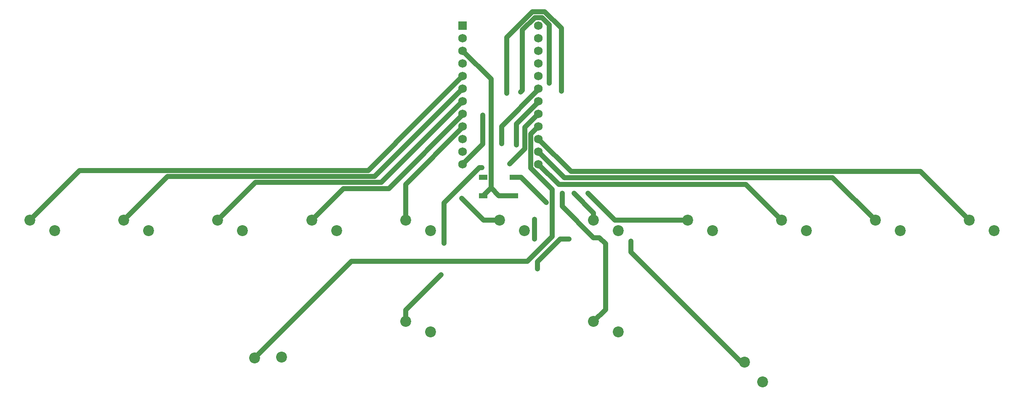
<source format=gbr>
%TF.GenerationSoftware,KiCad,Pcbnew,(5.1.8-0-10_14)*%
%TF.CreationDate,2020-12-22T21:08:17+00:00*%
%TF.ProjectId,sudokillall,7375646f-6b69-46c6-9c61-6c6c2e6b6963,rev?*%
%TF.SameCoordinates,Original*%
%TF.FileFunction,Copper,L1,Top*%
%TF.FilePolarity,Positive*%
%FSLAX46Y46*%
G04 Gerber Fmt 4.6, Leading zero omitted, Abs format (unit mm)*
G04 Created by KiCad (PCBNEW (5.1.8-0-10_14)) date 2020-12-22 21:08:17*
%MOMM*%
%LPD*%
G01*
G04 APERTURE LIST*
%TA.AperFunction,ComponentPad*%
%ADD10C,1.752600*%
%TD*%
%TA.AperFunction,ComponentPad*%
%ADD11R,1.752600X1.752600*%
%TD*%
%TA.AperFunction,SMDPad,CuDef*%
%ADD12R,1.800000X1.100000*%
%TD*%
%TA.AperFunction,ComponentPad*%
%ADD13C,2.200000*%
%TD*%
%TA.AperFunction,ViaPad*%
%ADD14C,0.800000*%
%TD*%
%TA.AperFunction,Conductor*%
%ADD15C,1.000000*%
%TD*%
G04 APERTURE END LIST*
D10*
%TO.P,U1,13*%
%TO.N,Net-(U1-Pad13)*%
X171620000Y6046000D03*
%TO.P,U1,14*%
%TO.N,Net-(U1-Pad14)*%
X171620000Y3506000D03*
%TO.P,U1,15*%
%TO.N,Net-(K1-Pad2)*%
X171620000Y966000D03*
%TO.P,U1,16*%
X171620000Y-1574000D03*
%TO.P,U1,17*%
%TO.N,Net-(U1-Pad17)*%
X171620000Y-4114000D03*
%TO.P,U1,18*%
%TO.N,Net-(K15-Pad1)*%
X171620000Y-6654000D03*
%TO.P,U1,19*%
%TO.N,Net-(K14-Pad1)*%
X171620000Y-9194000D03*
%TO.P,U1,20*%
%TO.N,Net-(K13-Pad1)*%
X171620000Y-11734000D03*
%TO.P,U1,21*%
%TO.N,Net-(K12-Pad1)*%
X171620000Y-14274000D03*
%TO.P,U1,22*%
%TO.N,Net-(K11-Pad1)*%
X171620000Y-16814000D03*
%TO.P,U1,23*%
%TO.N,Net-(K10-Pad1)*%
X171620000Y-19354000D03*
%TO.P,U1,24*%
%TO.N,Net-(K9-Pad1)*%
X171620000Y-21894000D03*
%TO.P,U1,12*%
%TO.N,Net-(K8-Pad1)*%
X156380000Y-21894000D03*
%TO.P,U1,11*%
%TO.N,Net-(K7-Pad1)*%
X156380000Y-19354000D03*
%TO.P,U1,10*%
%TO.N,Net-(K6-Pad1)*%
X156380000Y-16814000D03*
%TO.P,U1,9*%
%TO.N,Net-(K5-Pad1)*%
X156380000Y-14274000D03*
%TO.P,U1,8*%
%TO.N,Net-(K4-Pad1)*%
X156380000Y-11734000D03*
%TO.P,U1,7*%
%TO.N,Net-(K3-Pad1)*%
X156380000Y-9194000D03*
%TO.P,U1,6*%
%TO.N,Net-(K2-Pad1)*%
X156380000Y-6654000D03*
%TO.P,U1,5*%
%TO.N,Net-(K1-Pad1)*%
X156380000Y-4114000D03*
%TO.P,U1,4*%
%TO.N,Net-(U1-Pad4)*%
X156380000Y-1574000D03*
%TO.P,U1,3*%
%TO.N,Net-(SW1-Pad2)*%
X156380000Y966000D03*
%TO.P,U1,2*%
%TO.N,Net-(K1-Pad2)*%
X156380000Y3506000D03*
D11*
%TO.P,U1,1*%
%TO.N,Net-(U1-Pad1)*%
X156380000Y6046000D03*
%TD*%
D12*
%TO.P,SW1,2*%
%TO.N,Net-(SW1-Pad2)*%
X166700000Y-28250000D03*
X160500000Y-28250000D03*
%TO.P,SW1,1*%
%TO.N,Net-(K1-Pad2)*%
X166700000Y-24550000D03*
X160500000Y-24550000D03*
%TD*%
D13*
%TO.P,K4,2*%
%TO.N,Net-(K1-Pad2)*%
X131000000Y-35300000D03*
%TO.P,K4,1*%
%TO.N,Net-(K4-Pad1)*%
X126000000Y-33200000D03*
%TD*%
%TO.P,K11,2*%
%TO.N,Net-(K1-Pad2)*%
X263300000Y-35300000D03*
%TO.P,K11,1*%
%TO.N,Net-(K11-Pad1)*%
X258300000Y-33200000D03*
%TD*%
%TO.P,K10,2*%
%TO.N,Net-(K1-Pad2)*%
X244400000Y-35300000D03*
%TO.P,K10,1*%
%TO.N,Net-(K10-Pad1)*%
X239400000Y-33200000D03*
%TD*%
%TO.P,K9,2*%
%TO.N,Net-(K1-Pad2)*%
X225500000Y-35300000D03*
%TO.P,K9,1*%
%TO.N,Net-(K9-Pad1)*%
X220500000Y-33200000D03*
%TD*%
%TO.P,K8,2*%
%TO.N,Net-(K1-Pad2)*%
X206600000Y-35300000D03*
%TO.P,K8,1*%
%TO.N,Net-(K8-Pad1)*%
X201600000Y-33200000D03*
%TD*%
%TO.P,K15,2*%
%TO.N,Net-(K1-Pad2)*%
X149900000Y-55700000D03*
%TO.P,K15,1*%
%TO.N,Net-(K15-Pad1)*%
X144900000Y-53600000D03*
%TD*%
%TO.P,K7,2*%
%TO.N,Net-(K1-Pad2)*%
X187700000Y-35300000D03*
%TO.P,K7,1*%
%TO.N,Net-(K7-Pad1)*%
X182700000Y-33200000D03*
%TD*%
%TO.P,K14,2*%
%TO.N,Net-(K1-Pad2)*%
X187700000Y-55700000D03*
%TO.P,K14,1*%
%TO.N,Net-(K14-Pad1)*%
X182700000Y-53600000D03*
%TD*%
%TO.P,K6,2*%
%TO.N,Net-(K1-Pad2)*%
X168800000Y-35300000D03*
%TO.P,K6,1*%
%TO.N,Net-(K6-Pad1)*%
X163800000Y-33200000D03*
%TD*%
%TO.P,K13,2*%
%TO.N,Net-(K1-Pad2)*%
X216737488Y-65819122D03*
%TO.P,K13,1*%
%TO.N,Net-(K13-Pad1)*%
X213093448Y-61802784D03*
%TD*%
%TO.P,K5,2*%
%TO.N,Net-(K1-Pad2)*%
X149900000Y-35300000D03*
%TO.P,K5,1*%
%TO.N,Net-(K5-Pad1)*%
X144900000Y-33200000D03*
%TD*%
%TO.P,K12,2*%
%TO.N,Net-(K1-Pad2)*%
X119925590Y-60742939D03*
%TO.P,K12,1*%
%TO.N,Net-(K12-Pad1)*%
X114506552Y-60952784D03*
%TD*%
%TO.P,K3,2*%
%TO.N,Net-(K1-Pad2)*%
X112100000Y-35300000D03*
%TO.P,K3,1*%
%TO.N,Net-(K3-Pad1)*%
X107100000Y-33200000D03*
%TD*%
%TO.P,K2,2*%
%TO.N,Net-(K1-Pad2)*%
X93200000Y-35300000D03*
%TO.P,K2,1*%
%TO.N,Net-(K2-Pad1)*%
X88200000Y-33200000D03*
%TD*%
%TO.P,K1,2*%
%TO.N,Net-(K1-Pad2)*%
X74300000Y-35300000D03*
%TO.P,K1,1*%
%TO.N,Net-(K1-Pad1)*%
X69300000Y-33200000D03*
%TD*%
D14*
%TO.N,Net-(K1-Pad2)*%
X173200000Y-29600000D03*
%TO.N,Net-(K6-Pad1)*%
X156200000Y-28800000D03*
%TO.N,Net-(K7-Pad1)*%
X178800000Y-27800000D03*
X173800000Y-5600000D03*
X168000000Y-7400000D03*
%TO.N,Net-(K8-Pad1)*%
X181600000Y-27800000D03*
X176200000Y-7200000D03*
X165200000Y-7600000D03*
X160400000Y-12000000D03*
%TO.N,Net-(K13-Pad1)*%
X165800000Y-21800000D03*
X170800000Y-33000000D03*
X170800000Y-37000000D03*
X171400000Y-43000000D03*
X177800000Y-37000000D03*
X190200000Y-37400000D03*
%TO.N,Net-(K14-Pad1)*%
X176400000Y-27800000D03*
X167200000Y-18000000D03*
%TO.N,Net-(K15-Pad1)*%
X152000000Y-44200000D03*
X152600000Y-37800000D03*
X160200000Y-22600000D03*
X164200000Y-17800000D03*
X171620000Y-6654000D03*
%TD*%
D15*
%TO.N,Net-(K1-Pad2)*%
X168150000Y-24550000D02*
X173200000Y-29600000D01*
X166700000Y-24550000D02*
X168150000Y-24550000D01*
%TO.N,Net-(K1-Pad1)*%
X156380000Y-4114000D02*
X142894000Y-17600000D01*
X142894000Y-17600000D02*
X142894000Y-17706000D01*
X142894000Y-17706000D02*
X137400000Y-23200000D01*
X79300000Y-23200000D02*
X69300000Y-33200000D01*
X137400000Y-23200000D02*
X79300000Y-23200000D01*
%TO.N,Net-(K2-Pad1)*%
X156380000Y-6654000D02*
X138633990Y-24400010D01*
X96999990Y-24400010D02*
X88200000Y-33200000D01*
X138633990Y-24400010D02*
X96999990Y-24400010D01*
%TO.N,Net-(K3-Pad1)*%
X156380000Y-9194000D02*
X139973980Y-25600020D01*
X114699980Y-25600020D02*
X107100000Y-33200000D01*
X139973980Y-25600020D02*
X114699980Y-25600020D01*
%TO.N,Net-(K4-Pad1)*%
X156380000Y-11941074D02*
X141521044Y-26800030D01*
X156380000Y-11734000D02*
X156380000Y-11941074D01*
X132399970Y-26800030D02*
X126000000Y-33200000D01*
X141521044Y-26800030D02*
X132399970Y-26800030D01*
%TO.N,Net-(K5-Pad1)*%
X156380000Y-14481074D02*
X144900000Y-25961074D01*
X144900000Y-25961074D02*
X144900000Y-33200000D01*
X156380000Y-14274000D02*
X156380000Y-14481074D01*
%TO.N,Net-(K6-Pad1)*%
X160600000Y-33200000D02*
X156200000Y-28800000D01*
X163800000Y-33200000D02*
X160600000Y-33200000D01*
%TO.N,Net-(K7-Pad1)*%
X182700000Y-31700000D02*
X178800000Y-27800000D01*
X182700000Y-33200000D02*
X182700000Y-31700000D01*
X170863375Y7622301D02*
X168400000Y5158926D01*
X172376625Y7622301D02*
X170863375Y7622301D01*
X173800000Y6198926D02*
X172376625Y7622301D01*
X173800000Y-5600000D02*
X173800000Y6198926D01*
X168400000Y-7000000D02*
X168000000Y-7400000D01*
X168400000Y5158926D02*
X168400000Y-7000000D01*
%TO.N,Net-(K8-Pad1)*%
X187000000Y-33200000D02*
X181600000Y-27800000D01*
X201600000Y-33200000D02*
X187000000Y-33200000D01*
X170366314Y8822310D02*
X165200000Y3655996D01*
X172873685Y8822311D02*
X170366314Y8822310D01*
X176200000Y5495996D02*
X172873685Y8822311D01*
X176200000Y-7200000D02*
X176200000Y5495996D01*
X165200000Y3655996D02*
X165200000Y-7600000D01*
X160400000Y-17874000D02*
X156380000Y-21894000D01*
X160400000Y-12000000D02*
X160400000Y-17874000D01*
%TO.N,Net-(K9-Pad1)*%
X171620000Y-21894000D02*
X175726000Y-26000000D01*
X213300000Y-26000000D02*
X220500000Y-33200000D01*
X175726000Y-26000000D02*
X213300000Y-26000000D01*
%TO.N,Net-(K10-Pad1)*%
X171620000Y-19354000D02*
X176866000Y-24600000D01*
X230800000Y-24600000D02*
X239400000Y-33200000D01*
X176866000Y-24600000D02*
X230800000Y-24600000D01*
%TO.N,Net-(K11-Pad1)*%
X171620000Y-16814000D02*
X178200000Y-23394000D01*
X248494000Y-23394000D02*
X258300000Y-33200000D01*
X178200000Y-23394000D02*
X248494000Y-23394000D01*
%TO.N,Net-(K12-Pad1)*%
X170043699Y-22650625D02*
X170043699Y-15850301D01*
X174400009Y-27006935D02*
X170043699Y-22650625D01*
X174400009Y-36441993D02*
X174400009Y-27006935D01*
X169342001Y-41500001D02*
X174400009Y-36441993D01*
X133959335Y-41500001D02*
X169342001Y-41500001D01*
X170043699Y-15850301D02*
X171620000Y-14274000D01*
X114506552Y-60952784D02*
X133959335Y-41500001D01*
%TO.N,Net-(K13-Pad1)*%
X168843689Y-18756311D02*
X165800000Y-21800000D01*
X168843689Y-14510311D02*
X168843689Y-18756311D01*
X171620000Y-11734000D02*
X168843689Y-14510311D01*
X170800000Y-33000000D02*
X170800000Y-37000000D01*
X171400000Y-43000000D02*
X171400000Y-41600000D01*
X176000000Y-37000000D02*
X177800000Y-37000000D01*
X171400000Y-41600000D02*
X176000000Y-37000000D01*
X190200000Y-37400000D02*
X190200000Y-39600000D01*
X212402784Y-61802784D02*
X213093448Y-61802784D01*
X190200000Y-39600000D02*
X212402784Y-61802784D01*
%TO.N,Net-(K14-Pad1)*%
X182700000Y-36699999D02*
X176400000Y-30399999D01*
X183852001Y-36699999D02*
X182700000Y-36699999D01*
X176400000Y-30399999D02*
X176400000Y-27800000D01*
X185100001Y-37947999D02*
X183852001Y-36699999D01*
X185100001Y-51199999D02*
X185100001Y-37947999D01*
X182700000Y-53600000D02*
X185100001Y-51199999D01*
X171620000Y-9401074D02*
X171620000Y-9194000D01*
X167200000Y-13821074D02*
X171620000Y-9401074D01*
X167200000Y-18000000D02*
X167200000Y-13821074D01*
%TO.N,Net-(SW1-Pad2)*%
X162100001Y-26649999D02*
X160500000Y-28250000D01*
X162100001Y-4754001D02*
X162100001Y-26649999D01*
X156380000Y966000D02*
X162100001Y-4754001D01*
X162100001Y-26649999D02*
X162100001Y-26700001D01*
X163650000Y-28250000D02*
X166700000Y-28250000D01*
X162100001Y-26700001D02*
X163650000Y-28250000D01*
%TO.N,Net-(K15-Pad1)*%
X144900000Y-51300000D02*
X152000000Y-44200000D01*
X144900000Y-53600000D02*
X144900000Y-51300000D01*
X159739998Y-22600000D02*
X160200000Y-22600000D01*
X152600000Y-29739998D02*
X159739998Y-22600000D01*
X152600000Y-37800000D02*
X152600000Y-29739998D01*
X171620000Y-6861074D02*
X171620000Y-6654000D01*
X164200000Y-14281074D02*
X171620000Y-6861074D01*
X164200000Y-17800000D02*
X164200000Y-14281074D01*
%TD*%
M02*

</source>
